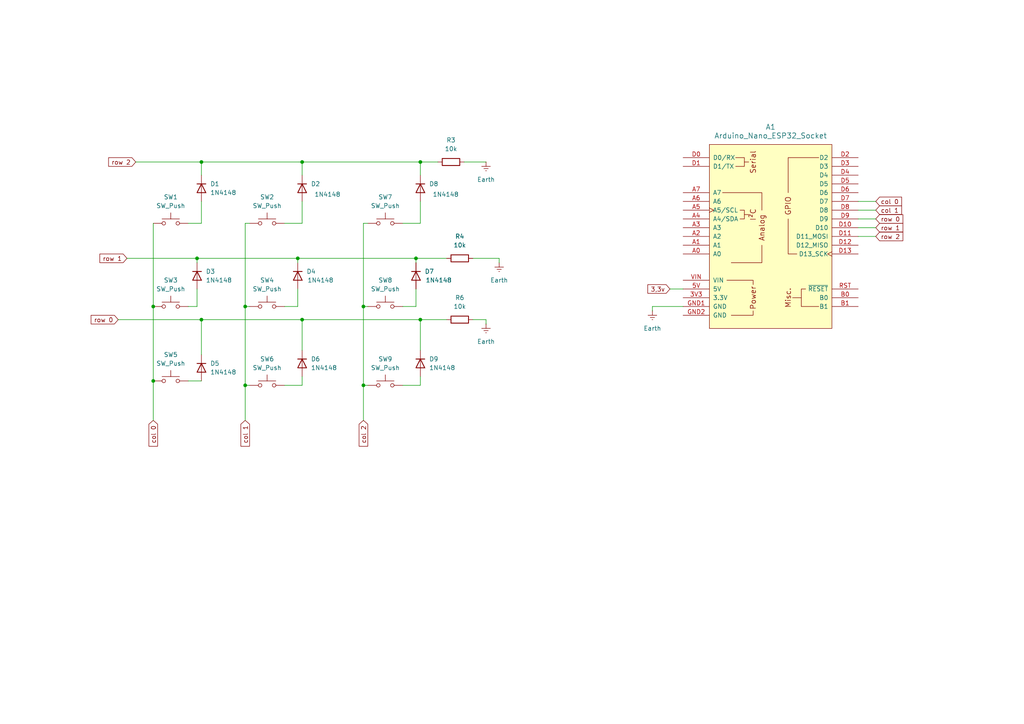
<source format=kicad_sch>
(kicad_sch (version 20231120) (generator "eeschema") (generator_version "8.0")
  (paper "A4")
  (lib_symbols
    (symbol "Device:R" (pin_numbers hide) (pin_names (offset 0))
      (property "Reference" "R" (at 2.032 0 90))
      (property "Value" "R" (at 0 0 90))
      (symbol "R_0_1"
        (rectangle (start -1.016 -2.54) (end 1.016 2.54) (stroke (width 0.254)))
      )
      (symbol "R_1_1"
        (pin passive line (at 0 3.81 270) (length 1.27) (name "~") (number "1"))
        (pin passive line (at 0 -3.81 90) (length 1.27) (name "~") (number "2"))
      )
    )
    (symbol "Diode:1N4148" (pin_numbers hide) (pin_names hide)
      (property "Reference" "D" (at 0 2.54 0))
      (property "Value" "1N4148" (at 0 -2.54 0))
      (symbol "1N4148_0_1"
        (polyline (pts (xy -1.27 1.27) (xy -1.27 -1.27)) (stroke (width 0.254)))
        (polyline (pts (xy 1.27 0) (xy -1.27 0)))
        (polyline (pts (xy 1.27 1.27) (xy 1.27 -1.27) (xy -1.27 0) (xy 1.27 1.27)) (stroke (width 0.254)))
      )
      (symbol "1N4148_1_1"
        (pin passive line (at -3.81 0 0) (length 2.54) (name "K") (number "1"))
        (pin passive line (at 3.81 0 180) (length 2.54) (name "A") (number "2"))
      )
    )
    (symbol "PCM_arduino-library:Arduino_Nano_ESP32_Socket" (pin_names (offset 1.016))
      (property "Reference" "A" (at 0 33.02 0))
      (property "Value" "Arduino_Nano_ESP32_Socket" (at 0 29.21 0))
      (symbol "Arduino_Nano_ESP32_Socket_0_0"
        (rectangle (start -17.78 26.67) (end 17.78 -26.67) (fill (type background)))
        (polyline (pts (xy -7.62 6.35) (xy -6.35 6.35)))
        (polyline (pts (xy -7.62 21.59) (xy -6.35 21.59)))
        (polyline (pts (xy 8.89 -17.78) (xy 6.35 -17.78)))
        (polyline (pts (xy -11.43 -22.86) (xy -5.08 -22.86) (xy -5.08 -21.59)))
        (polyline (pts (xy -5.08 -13.97) (xy -5.08 -12.7) (xy -12.7 -12.7)))
        (polyline (pts (xy -10.16 22.86) (xy -7.62 22.86) (xy -7.62 20.32) (xy -10.16 20.32)))
        (polyline (pts (xy -8.89 7.62) (xy -7.62 7.62) (xy -7.62 5.08) (xy -8.89 5.08)))
        (text "Analog" (at -2.54 2.54 900) (effects (font (size 1.524 1.524))))
        (text "I²C" (at -5.08 6.35 900) (effects (font (size 1.524 1.524))))
        (text "Misc." (at 5.08 -17.78 900) (effects (font (size 1.524 1.524))))
        (text "Power" (at -5.08 -17.78 900) (effects (font (size 1.524 1.524))))
        (text "Serial" (at -5.08 21.59 900) (effects (font (size 1.524 1.524))))
      )
      (symbol "Arduino_Nano_ESP32_Socket_0_1"
        (polyline (pts (xy -13.97 12.7) (xy -2.54 12.7) (xy -2.54 7.62)))
        (polyline (pts (xy -11.43 -7.62) (xy -2.54 -7.62) (xy -2.54 -2.54)))
        (polyline (pts (xy 7.62 -5.08) (xy 5.08 -5.08) (xy 5.08 5.08)))
        (polyline (pts (xy 13.97 22.86) (xy 5.08 22.86) (xy 5.08 12.7)))
        (polyline (pts (xy 10.16 -15.24) (xy 8.89 -15.24) (xy 8.89 -20.32) (xy 13.97 -20.32)))
      )
      (symbol "Arduino_Nano_ESP32_Socket_1_0"
        (text "GPIO" (at 5.08 8.89 900) (effects (font (size 1.524 1.524))))
      )
      (symbol "Arduino_Nano_ESP32_Socket_1_1"
        (pin power_out line (at -25.4 -17.78 0) (length 7.62) (name "3.3V") (number "3V3"))
        (pin power_in line (at -25.4 -15.24 0) (length 7.62) (name "5V") (number "5V"))
        (pin bidirectional line (at -25.4 -5.08 0) (length 7.62) (name "A0") (number "A0"))
        (pin bidirectional line (at -25.4 -2.54 0) (length 7.62) (name "A1") (number "A1"))
        (pin bidirectional line (at -25.4 0 0) (length 7.62) (name "A2") (number "A2"))
        (pin bidirectional line (at -25.4 2.54 0) (length 7.62) (name "A3") (number "A3"))
        (pin bidirectional line (at -25.4 5.08 0) (length 7.62) (name "A4/SDA") (number "A4"))
        (pin bidirectional clock (at -25.4 7.62 0) (length 7.62) (name "A5/SCL") (number "A5"))
        (pin input line (at -25.4 10.16 0) (length 7.62) (name "A6") (number "A6"))
        (pin input line (at -25.4 12.7 0) (length 7.62) (name "A7") (number "A7"))
        (pin bidirectional line (at 25.4 -17.78 180) (length 7.62) (name "B0") (number "B0"))
        (pin bidirectional line (at 25.4 -20.32 180) (length 7.62) (name "B1") (number "B1"))
        (pin bidirectional line (at -25.4 22.86 0) (length 7.62) (name "D0/RX") (number "D0"))
        (pin bidirectional line (at -25.4 20.32 0) (length 7.62) (name "D1/TX") (number "D1"))
        (pin bidirectional line (at 25.4 2.54 180) (length 7.62) (name "D10") (number "D10"))
        (pin bidirectional line (at 25.4 0 180) (length 7.62) (name "D11_MOSI") (number "D11"))
        (pin bidirectional line (at 25.4 -2.54 180) (length 7.62) (name "D12_MISO") (number "D12"))
        (pin bidirectional clock (at 25.4 -5.08 180) (length 7.62) (name "D13_SCK") (number "D13"))
        (pin bidirectional line (at 25.4 22.86 180) (length 7.62) (name "D2") (number "D2"))
        (pin bidirectional line (at 25.4 20.32 180) (length 7.62) (name "D3") (number "D3"))
        (pin bidirectional line (at 25.4 17.78 180) (length 7.62) (name "D4") (number "D4"))
        (pin bidirectional line (at 25.4 15.24 180) (length 7.62) (name "D5") (number "D5"))
        (pin bidirectional line (at 25.4 12.7 180) (length 7.62) (name "D6") (number "D6"))
        (pin bidirectional line (at 25.4 10.16 180) (length 7.62) (name "D7") (number "D7"))
        (pin bidirectional line (at 25.4 7.62 180) (length 7.62) (name "D8") (number "D8"))
        (pin bidirectional line (at 25.4 5.08 180) (length 7.62) (name "D9") (number "D9"))
        (pin power_in line (at -25.4 -20.32 0) (length 7.62) (name "GND") (number "GND1"))
        (pin power_in line (at -25.4 -22.86 0) (length 7.62) (name "GND") (number "GND2"))
        (pin open_collector line (at 25.4 -15.24 180) (length 7.62) (name "~{RESET}") (number "RST"))
        (pin power_in line (at -25.4 -12.7 0) (length 7.62) (name "VIN") (number "VIN"))
      )
    )
    (symbol "Switch:SW_Push" (pin_numbers hide) (pin_names (offset 1.016) hide)
      (property "Reference" "SW" (at 1.27 2.54 0))
      (property "Value" "SW_Push" (at 0 -1.524 0))
      (symbol "SW_Push_0_1"
        (circle (center -2.032 0) (radius 0.508))
        (polyline (pts (xy 0 1.27) (xy 0 3.048)))
        (polyline (pts (xy 2.54 1.27) (xy -2.54 1.27)))
        (circle (center 2.032 0) (radius 0.508))
        (pin passive line (at -5.08 0 0) (length 2.54) (name "1") (number "1"))
        (pin passive line (at 5.08 0 180) (length 2.54) (name "2") (number "2"))
      )
    )
    (symbol "power:Earth" (power) (pin_numbers hide) (pin_names (offset 0) hide)
      (property "Value" "Earth" (at 0 -3.81 0))
      (symbol "Earth_0_1"
        (polyline (pts (xy -0.635 -1.905) (xy 0.635 -1.905)))
        (polyline (pts (xy -0.127 -2.54) (xy 0.127 -2.54)))
        (polyline (pts (xy 0 -1.27) (xy 0 0)))
        (polyline (pts (xy 1.27 -1.27) (xy -1.27 -1.27)))
      )
      (symbol "Earth_1_1"
        (pin power_in line (at 0 0 270) (length 0) (name "~") (number "1"))
      )
    )
  )
  (junction (at 58.42 46.99))
  (junction (at 121.92 46.99))
  (junction (at 57.15 74.93))
  (junction (at 86.36 74.93))
  (junction (at 105.41 111.76))
  (junction (at 87.63 92.71))
  (junction (at 71.12 88.9))
  (junction (at 44.45 110.49))
  (junction (at 58.42 92.71))
  (junction (at 87.63 46.99))
  (junction (at 120.65 74.93))
  (junction (at 71.12 111.76))
  (junction (at 105.41 88.9))
  (junction (at 121.92 92.71))
  (junction (at 44.45 88.9))
  (wire (pts (xy 58.42 46.99) (xy 39.37 46.99)))
  (wire (pts (xy 71.12 64.77) (xy 71.12 88.9)))
  (wire (pts (xy 82.55 64.77) (xy 87.63 64.77)))
  (wire (pts (xy 105.41 111.76) (xy 106.68 111.76)))
  (wire (pts (xy 58.42 92.71) (xy 58.42 102.87)))
  (wire (pts (xy 58.42 92.71) (xy 87.63 92.71)))
  (wire (pts (xy 44.45 88.9) (xy 44.45 110.49)))
  (wire (pts (xy 189.23 88.9) (xy 198.12 88.9)))
  (wire (pts (xy 82.55 111.76) (xy 87.63 111.76)))
  (wire (pts (xy 72.39 111.76) (xy 71.12 111.76)))
  (wire (pts (xy 116.84 88.9) (xy 120.65 88.9)))
  (wire (pts (xy 121.92 92.71) (xy 121.92 101.6)))
  (wire (pts (xy 137.16 74.93) (xy 144.78 74.93)))
  (wire (pts (xy 248.92 58.42) (xy 254 58.42)))
  (wire (pts (xy 44.45 64.77) (xy 44.45 88.9)))
  (wire (pts (xy 105.41 64.77) (xy 105.41 88.9)))
  (wire (pts (xy 121.92 46.99) (xy 121.92 50.8)))
  (wire (pts (xy 58.42 50.8) (xy 58.42 46.99)))
  (wire (pts (xy 57.15 88.9) (xy 57.15 83.82)))
  (wire (pts (xy 86.36 88.9) (xy 86.36 83.82)))
  (wire (pts (xy 86.36 74.93) (xy 120.65 74.93)))
  (wire (pts (xy 116.84 111.76) (xy 121.92 111.76)))
  (wire (pts (xy 71.12 111.76) (xy 71.12 121.92)))
  (wire (pts (xy 54.61 88.9) (xy 57.15 88.9)))
  (wire (pts (xy 121.92 109.22) (xy 121.92 111.76)))
  (wire (pts (xy 58.42 110.49) (xy 54.61 110.49)))
  (wire (pts (xy 87.63 111.76) (xy 87.63 109.22)))
  (wire (pts (xy 105.41 88.9) (xy 105.41 111.76)))
  (wire (pts (xy 57.15 74.93) (xy 36.83 74.93)))
  (wire (pts (xy 194.31 83.82) (xy 198.12 83.82)))
  (wire (pts (xy 137.16 92.71) (xy 140.97 92.71)))
  (wire (pts (xy 87.63 50.8) (xy 87.63 46.99)))
  (wire (pts (xy 71.12 88.9) (xy 71.12 111.76)))
  (wire (pts (xy 248.92 63.5) (xy 254 63.5)))
  (wire (pts (xy 248.92 68.58) (xy 254 68.58)))
  (wire (pts (xy 86.36 76.2) (xy 86.36 74.93)))
  (wire (pts (xy 121.92 46.99) (xy 127 46.99)))
  (wire (pts (xy 121.92 64.77) (xy 121.92 58.42)))
  (wire (pts (xy 87.63 64.77) (xy 87.63 58.42)))
  (wire (pts (xy 82.55 88.9) (xy 86.36 88.9)))
  (wire (pts (xy 44.45 110.49) (xy 44.45 121.92)))
  (wire (pts (xy 144.78 74.93) (xy 144.78 76.2)))
  (wire (pts (xy 120.65 74.93) (xy 129.54 74.93)))
  (wire (pts (xy 87.63 46.99) (xy 121.92 46.99)))
  (wire (pts (xy 140.97 92.71) (xy 140.97 93.98)))
  (wire (pts (xy 121.92 92.71) (xy 129.54 92.71)))
  (wire (pts (xy 58.42 64.77) (xy 58.42 58.42)))
  (wire (pts (xy 120.65 74.93) (xy 120.65 76.2)))
  (wire (pts (xy 116.84 64.77) (xy 121.92 64.77)))
  (wire (pts (xy 87.63 92.71) (xy 121.92 92.71)))
  (wire (pts (xy 72.39 64.77) (xy 71.12 64.77)))
  (wire (pts (xy 105.41 111.76) (xy 105.41 121.92)))
  (wire (pts (xy 105.41 88.9) (xy 106.68 88.9)))
  (wire (pts (xy 57.15 76.2) (xy 57.15 74.93)))
  (wire (pts (xy 72.39 88.9) (xy 71.12 88.9)))
  (wire (pts (xy 105.41 64.77) (xy 106.68 64.77)))
  (wire (pts (xy 134.62 46.99) (xy 140.97 46.99)))
  (wire (pts (xy 87.63 92.71) (xy 87.63 101.6)))
  (wire (pts (xy 54.61 64.77) (xy 58.42 64.77)))
  (wire (pts (xy 120.65 88.9) (xy 120.65 83.82)))
  (wire (pts (xy 58.42 46.99) (xy 87.63 46.99)))
  (wire (pts (xy 57.15 74.93) (xy 86.36 74.93)))
  (wire (pts (xy 34.29 92.71) (xy 58.42 92.71)))
  (wire (pts (xy 248.92 66.04) (xy 254 66.04)))
  (wire (pts (xy 189.23 90.17) (xy 189.23 88.9)))
  (wire (pts (xy 248.92 60.96) (xy 254 60.96)))
  (global_label "col 2" (shape input) (at 105.41 121.92 270) (property "Intersheetrefs" "${INTERSHEET_REFS}" (effects (hide yes))))
  (global_label "row 2" (shape input) (at 254 68.58 0) (property "Intersheetrefs" "${INTERSHEET_REFS}" (effects (hide yes))))
  (global_label "col 1" (shape input) (at 254 60.96 0) (property "Intersheetrefs" "${INTERSHEET_REFS}" (effects (hide yes))))
  (global_label "row 2" (shape input) (at 39.37 46.99 180) (property "Intersheetrefs" "${INTERSHEET_REFS}" (effects (hide yes))))
  (global_label "row 1" (shape input) (at 36.83 74.93 180) (property "Intersheetrefs" "${INTERSHEET_REFS}" (effects (hide yes))))
  (global_label "col 0" (shape input) (at 44.45 121.92 270) (property "Intersheetrefs" "${INTERSHEET_REFS}" (effects (hide yes))))
  (global_label "row 0" (shape input) (at 254 63.5 0) (property "Intersheetrefs" "${INTERSHEET_REFS}" (effects (hide yes))))
  (global_label "col 1" (shape input) (at 71.12 121.92 270) (property "Intersheetrefs" "${INTERSHEET_REFS}" (effects (hide yes))))
  (global_label "row 1" (shape input) (at 254 66.04 0) (property "Intersheetrefs" "${INTERSHEET_REFS}" (effects (hide yes))))
  (global_label "row 0" (shape input) (at 34.29 92.71 180) (property "Intersheetrefs" "${INTERSHEET_REFS}" (effects (hide yes))))
  (global_label "3,3v" (shape input) (at 194.31 83.82 180) (property "Intersheetrefs" "${INTERSHEET_REFS}" (effects (hide yes))))
  (global_label "col 0" (shape input) (at 254 58.42 0) (property "Intersheetrefs" "${INTERSHEET_REFS}" (effects (hide yes))))
  (symbol (lib_id "Diode:1N4148") (at 58.42 106.68 270) (unit 1)
    (property "Reference" "D5" (at 60.96 105.4099 90) (effects (justify left)))
    (property "Value" "1N4148" (at 60.96 107.9499 90) (effects (justify left)))
    (property "Footprint" "Diode_THT:D_DO-35_SOD27_P7.62mm_Horizontal" (effects (hide yes)))
    (property "Datasheet" "https://assets.nexperia.com/documents/data-sheet/1N4148_1N4448.pdf" (effects (hide yes)))
    (property "Description" "100V 0.15A standard switching diode, DO-35" (effects (hide yes)))
    (property "Sim.Device" "D" (effects (hide yes)))
    (property "Sim.Pins" "1=K 2=A" (effects (hide yes)))
  )
  (symbol (lib_id "Switch:SW_Push") (at 111.76 64.77 0) (unit 1)
    (property "Reference" "SW7" (at 111.76 57.15 0))
    (property "Value" "SW_Push" (at 111.76 59.69 0))
    (property "Footprint" "Button_Switch_THT:SW_Tactile_Straight_KSA0Axx1LFTR" (effects (hide yes)))
    (property "Description" "Push button switch, generic, two pins" (effects (hide yes)))
  )
  (symbol (lib_id "PCM_arduino-library:Arduino_Nano_ESP32_Socket") (at 223.52 68.58 0) (unit 1)
    (property "Reference" "A1" (at 223.52 36.83 0) (effects (font (size 1.524 1.524))))
    (property "Value" "Arduino_Nano_ESP32_Socket" (at 223.52 39.37 0) (effects (font (size 1.524 1.524))))
    (property "Footprint" "PCM_arduino-library:Arduino_Nano_ESP32_Socket" (effects (hide yes)))
    (property "Datasheet" "https://docs.arduino.cc/hardware/nano-esp32" (effects (hide yes)))
    (property "Description" "Socket for Arduino Nano ESP32" (effects (hide yes)))
  )
  (symbol (lib_id "Device:R") (at 130.81 46.99 270) (unit 1)
    (property "Reference" "R3" (at 130.81 40.64 90))
    (property "Value" "10k" (at 130.81 43.18 90))
    (property "Description" "Resistor" (effects (hide yes)))
  )
  (symbol (lib_id "Switch:SW_Push") (at 111.76 88.9 0) (unit 1)
    (property "Reference" "SW8" (at 111.76 81.28 0))
    (property "Value" "SW_Push" (at 111.76 83.82 0))
    (property "Footprint" "Button_Switch_THT:SW_Tactile_Straight_KSA0Axx1LFTR" (effects (hide yes)))
    (property "Description" "Push button switch, generic, two pins" (effects (hide yes)))
  )
  (symbol (lib_id "Switch:SW_Push") (at 49.53 88.9 0) (unit 1)
    (property "Reference" "SW3" (at 49.53 81.28 0))
    (property "Value" "SW_Push" (at 49.53 83.82 0))
    (property "Footprint" "Button_Switch_THT:SW_Tactile_Straight_KSA0Axx1LFTR" (effects (hide yes)))
    (property "Description" "Push button switch, generic, two pins" (effects (hide yes)))
  )
  (symbol (lib_id "power:Earth") (at 140.97 93.98 0) (unit 1)
    (property "Reference" "#PWR03" (effects (hide yes)))
    (property "Value" "Earth" (at 140.97 99.06 0))
    (property "Description" "Power symbol creates a global label with name \"Earth\"" (effects (hide yes)))
  )
  (symbol (lib_id "power:Earth") (at 144.78 76.2 0) (unit 1)
    (property "Reference" "#PWR02" (effects (hide yes)))
    (property "Value" "Earth" (at 144.78 81.28 0))
    (property "Description" "Power symbol creates a global label with name \"Earth\"" (effects (hide yes)))
  )
  (symbol (lib_id "Diode:1N4148") (at 121.92 54.61 270) (unit 1)
    (property "Reference" "D8" (at 124.46 53.3399 90) (effects (justify left)))
    (property "Value" "1N4148" (at 125.476 56.388 90) (effects (justify left)))
    (property "Footprint" "Diode_THT:D_DO-35_SOD27_P7.62mm_Horizontal" (effects (hide yes)))
    (property "Datasheet" "https://assets.nexperia.com/documents/data-sheet/1N4148_1N4448.pdf" (effects (hide yes)))
    (property "Description" "100V 0.15A standard switching diode, DO-35" (effects (hide yes)))
    (property "Sim.Device" "D" (effects (hide yes)))
    (property "Sim.Pins" "1=K 2=A" (effects (hide yes)))
  )
  (symbol (lib_id "Diode:1N4148") (at 87.63 105.41 270) (unit 1)
    (property "Reference" "D6" (at 90.17 104.1399 90) (effects (justify left)))
    (property "Value" "1N4148" (at 90.17 106.6799 90) (effects (justify left)))
    (property "Footprint" "Diode_THT:D_DO-35_SOD27_P7.62mm_Horizontal" (effects (hide yes)))
    (property "Datasheet" "https://assets.nexperia.com/documents/data-sheet/1N4148_1N4448.pdf" (effects (hide yes)))
    (property "Description" "100V 0.15A standard switching diode, DO-35" (effects (hide yes)))
    (property "Sim.Device" "D" (effects (hide yes)))
    (property "Sim.Pins" "1=K 2=A" (effects (hide yes)))
  )
  (symbol (lib_id "Device:R") (at 133.35 92.71 270) (unit 1)
    (property "Reference" "R6" (at 133.35 86.36 90))
    (property "Value" "10k" (at 133.35 88.9 90))
    (property "Description" "Resistor" (effects (hide yes)))
  )
  (symbol (lib_id "Diode:1N4148") (at 120.65 80.01 270) (unit 1)
    (property "Reference" "D7" (at 123.19 78.7399 90) (effects (justify left)))
    (property "Value" "1N4148" (at 123.444 81.28 90) (effects (justify left)))
    (property "Footprint" "Diode_THT:D_DO-35_SOD27_P7.62mm_Horizontal" (effects (hide yes)))
    (property "Datasheet" "https://assets.nexperia.com/documents/data-sheet/1N4148_1N4448.pdf" (effects (hide yes)))
    (property "Description" "100V 0.15A standard switching diode, DO-35" (effects (hide yes)))
    (property "Sim.Device" "D" (effects (hide yes)))
    (property "Sim.Pins" "1=K 2=A" (effects (hide yes)))
  )
  (symbol (lib_id "power:Earth") (at 189.23 90.17 0) (unit 1)
    (property "Reference" "#PWR04" (effects (hide yes)))
    (property "Value" "Earth" (at 189.23 95.25 0))
    (property "Description" "Power symbol creates a global label with name \"Earth\"" (effects (hide yes)))
  )
  (symbol (lib_id "Switch:SW_Push") (at 77.47 88.9 0) (unit 1)
    (property "Reference" "SW4" (at 77.47 81.28 0))
    (property "Value" "SW_Push" (at 77.47 83.82 0))
    (property "Footprint" "Button_Switch_THT:SW_Tactile_Straight_KSA0Axx1LFTR" (effects (hide yes)))
    (property "Description" "Push button switch, generic, two pins" (effects (hide yes)))
  )
  (symbol (lib_id "Switch:SW_Push") (at 49.53 64.77 0) (unit 1)
    (property "Reference" "SW1" (at 49.53 57.15 0))
    (property "Value" "SW_Push" (at 49.53 59.69 0))
    (property "Footprint" "Button_Switch_THT:SW_Tactile_Straight_KSA0Axx1LFTR" (effects (hide yes)))
    (property "Description" "Push button switch, generic, two pins" (effects (hide yes)))
  )
  (symbol (lib_id "Switch:SW_Push") (at 49.53 110.49 0) (unit 1)
    (property "Reference" "SW5" (at 49.53 102.87 0))
    (property "Value" "SW_Push" (at 49.53 105.41 0))
    (property "Footprint" "Button_Switch_THT:SW_Tactile_Straight_KSA0Axx1LFTR" (effects (hide yes)))
    (property "Description" "Push button switch, generic, two pins" (effects (hide yes)))
  )
  (symbol (lib_id "power:Earth") (at 140.97 46.99 0) (unit 1)
    (property "Reference" "#PWR01" (effects (hide yes)))
    (property "Value" "Earth" (at 140.97 52.07 0))
    (property "Description" "Power symbol creates a global label with name \"Earth\"" (effects (hide yes)))
  )
  (symbol (lib_id "Device:R") (at 133.35 74.93 270) (unit 1)
    (property "Reference" "R4" (at 133.35 68.58 90))
    (property "Value" "10k" (at 133.35 71.12 90))
    (property "Description" "Resistor" (effects (hide yes)))
  )
  (symbol (lib_id "Diode:1N4148") (at 121.92 105.41 270) (unit 1)
    (property "Reference" "D9" (at 124.46 104.1399 90) (effects (justify left)))
    (property "Value" "1N4148" (at 124.46 106.6799 90) (effects (justify left)))
    (property "Footprint" "Diode_THT:D_DO-35_SOD27_P7.62mm_Horizontal" (effects (hide yes)))
    (property "Datasheet" "https://assets.nexperia.com/documents/data-sheet/1N4148_1N4448.pdf" (effects (hide yes)))
    (property "Description" "100V 0.15A standard switching diode, DO-35" (effects (hide yes)))
    (property "Sim.Device" "D" (effects (hide yes)))
    (property "Sim.Pins" "1=K 2=A" (effects (hide yes)))
  )
  (symbol (lib_id "Switch:SW_Push") (at 111.76 111.76 0) (unit 1)
    (property "Reference" "SW9" (at 111.76 104.14 0))
    (property "Value" "SW_Push" (at 111.76 106.68 0))
    (property "Footprint" "Button_Switch_THT:SW_Tactile_Straight_KSA0Axx1LFTR" (effects (hide yes)))
    (property "Description" "Push button switch, generic, two pins" (effects (hide yes)))
  )
  (symbol (lib_id "Switch:SW_Push") (at 77.47 111.76 0) (unit 1)
    (property "Reference" "SW6" (at 77.47 104.14 0))
    (property "Value" "SW_Push" (at 77.47 106.68 0))
    (property "Footprint" "Button_Switch_THT:SW_Tactile_Straight_KSA0Axx1LFTR" (effects (hide yes)))
    (property "Description" "Push button switch, generic, two pins" (effects (hide yes)))
  )
  (symbol (lib_id "Diode:1N4148") (at 87.63 54.61 270) (unit 1)
    (property "Reference" "D2" (at 90.17 53.3399 90) (effects (justify left)))
    (property "Value" "1N4148" (at 91.186 56.388 90) (effects (justify left)))
    (property "Footprint" "Diode_THT:D_DO-35_SOD27_P7.62mm_Horizontal" (effects (hide yes)))
    (property "Datasheet" "https://assets.nexperia.com/documents/data-sheet/1N4148_1N4448.pdf" (effects (hide yes)))
    (property "Description" "100V 0.15A standard switching diode, DO-35" (effects (hide yes)))
    (property "Sim.Device" "D" (effects (hide yes)))
    (property "Sim.Pins" "1=K 2=A" (effects (hide yes)))
  )
  (symbol (lib_id "Diode:1N4148") (at 86.36 80.01 270) (unit 1)
    (property "Reference" "D4" (at 88.9 78.7399 90) (effects (justify left)))
    (property "Value" "1N4148" (at 89.154 81.28 90) (effects (justify left)))
    (property "Footprint" "Diode_THT:D_DO-35_SOD27_P7.62mm_Horizontal" (effects (hide yes)))
    (property "Datasheet" "https://assets.nexperia.com/documents/data-sheet/1N4148_1N4448.pdf" (effects (hide yes)))
    (property "Description" "100V 0.15A standard switching diode, DO-35" (effects (hide yes)))
    (property "Sim.Device" "D" (effects (hide yes)))
    (property "Sim.Pins" "1=K 2=A" (effects (hide yes)))
  )
  (symbol (lib_id "Switch:SW_Push") (at 77.47 64.77 0) (unit 1)
    (property "Reference" "SW2" (at 77.47 57.15 0))
    (property "Value" "SW_Push" (at 77.47 59.69 0))
    (property "Footprint" "Button_Switch_THT:SW_Tactile_Straight_KSA0Axx1LFTR" (effects (hide yes)))
    (property "Description" "Push button switch, generic, two pins" (effects (hide yes)))
  )
  (symbol (lib_id "Diode:1N4148") (at 58.42 54.61 270) (unit 1)
    (property "Reference" "D1" (at 60.96 53.3399 90) (effects (justify left)))
    (property "Value" "1N4148" (at 60.96 55.8799 90) (effects (justify left)))
    (property "Footprint" "Diode_THT:D_DO-35_SOD27_P7.62mm_Horizontal" (effects (hide yes)))
    (property "Datasheet" "https://assets.nexperia.com/documents/data-sheet/1N4148_1N4448.pdf" (effects (hide yes)))
    (property "Description" "100V 0.15A standard switching diode, DO-35" (effects (hide yes)))
    (property "Sim.Device" "D" (effects (hide yes)))
    (property "Sim.Pins" "1=K 2=A" (effects (hide yes)))
  )
  (symbol (lib_id "Diode:1N4148") (at 57.15 80.01 270) (unit 1)
    (property "Reference" "D3" (at 59.69 78.7399 90) (effects (justify left)))
    (property "Value" "1N4148" (at 59.69 81.2799 90) (effects (justify left)))
    (property "Footprint" "Diode_THT:D_DO-35_SOD27_P7.62mm_Horizontal" (effects (hide yes)))
    (property "Datasheet" "https://assets.nexperia.com/documents/data-sheet/1N4148_1N4448.pdf" (effects (hide yes)))
    (property "Description" "100V 0.15A standard switching diode, DO-35" (effects (hide yes)))
    (property "Sim.Device" "D" (effects (hide yes)))
    (property "Sim.Pins" "1=K 2=A" (effects (hide yes)))
  )
)
</source>
